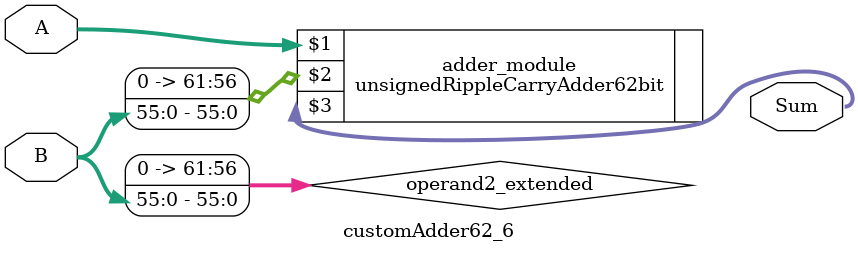
<source format=v>
module customAdder62_6(
                        input [61 : 0] A,
                        input [55 : 0] B,
                        
                        output [62 : 0] Sum
                );

        wire [61 : 0] operand2_extended;
        
        assign operand2_extended =  {6'b0, B};
        
        unsignedRippleCarryAdder62bit adder_module(
            A,
            operand2_extended,
            Sum
        );
        
        endmodule
        
</source>
